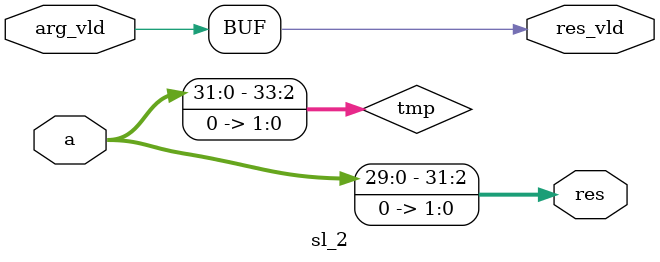
<source format=sv>
module sl_2
#(
    parameter ARG_WIDTH = 32,
    parameter RES_WIDTH = ARG_WIDTH
)
(
    input                           arg_vld,
    input  signed [ARG_WIDTH - 1:0] a,
    output                          res_vld,
    output signed [RES_WIDTH - 1:0] res
);

    logic                          overflow;
    logic signed [ARG_WIDTH + 1:0] tmp; // ARG_WIDTH + 2 bit for shift

    assign tmp      = a << 2;
    assign overflow = | tmp[ARG_WIDTH + 1 : ARG_WIDTH]; // !=
    assign res      = tmp[RES_WIDTH - 1:0];
    assign res_vld  = arg_vld;
    
endmodule
</source>
